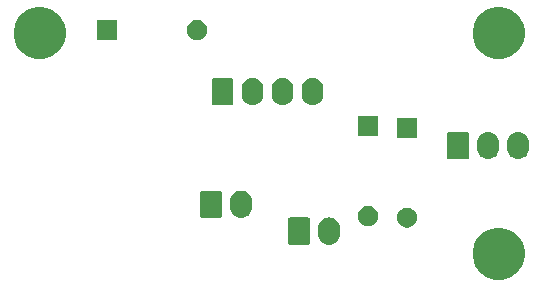
<source format=gbr>
G04 #@! TF.GenerationSoftware,KiCad,Pcbnew,(5.1.5-0-10_14)*
G04 #@! TF.CreationDate,2021-03-15T05:52:54+10:00*
G04 #@! TF.ProjectId,OH - Left Console - 12 - Mission Computer and Hydraulic Isolate Panel,4f48202d-204c-4656-9674-20436f6e736f,rev?*
G04 #@! TF.SameCoordinates,Original*
G04 #@! TF.FileFunction,Soldermask,Top*
G04 #@! TF.FilePolarity,Negative*
%FSLAX46Y46*%
G04 Gerber Fmt 4.6, Leading zero omitted, Abs format (unit mm)*
G04 Created by KiCad (PCBNEW (5.1.5-0-10_14)) date 2021-03-15 05:52:54*
%MOMM*%
%LPD*%
G04 APERTURE LIST*
%ADD10C,0.100000*%
G04 APERTURE END LIST*
D10*
G36*
X160535007Y-102023582D02*
G01*
X160935563Y-102189498D01*
X160935565Y-102189499D01*
X161296056Y-102430371D01*
X161602629Y-102736944D01*
X161764470Y-102979157D01*
X161843502Y-103097437D01*
X162009418Y-103497993D01*
X162094000Y-103923219D01*
X162094000Y-104356781D01*
X162009418Y-104782007D01*
X161843502Y-105182563D01*
X161843501Y-105182565D01*
X161602629Y-105543056D01*
X161296056Y-105849629D01*
X160935565Y-106090501D01*
X160935564Y-106090502D01*
X160935563Y-106090502D01*
X160535007Y-106256418D01*
X160109781Y-106341000D01*
X159676219Y-106341000D01*
X159250993Y-106256418D01*
X158850437Y-106090502D01*
X158850436Y-106090502D01*
X158850435Y-106090501D01*
X158489944Y-105849629D01*
X158183371Y-105543056D01*
X157942499Y-105182565D01*
X157942498Y-105182563D01*
X157776582Y-104782007D01*
X157692000Y-104356781D01*
X157692000Y-103923219D01*
X157776582Y-103497993D01*
X157942498Y-103097437D01*
X158021530Y-102979157D01*
X158183371Y-102736944D01*
X158489944Y-102430371D01*
X158850435Y-102189499D01*
X158850437Y-102189498D01*
X159250993Y-102023582D01*
X159676219Y-101939000D01*
X160109781Y-101939000D01*
X160535007Y-102023582D01*
G37*
G36*
X145722547Y-101097326D02*
G01*
X145896156Y-101149990D01*
X145896158Y-101149991D01*
X146056155Y-101235511D01*
X146196397Y-101350603D01*
X146275729Y-101447271D01*
X146311489Y-101490844D01*
X146397010Y-101650843D01*
X146449674Y-101824452D01*
X146463000Y-101959756D01*
X146463000Y-102510243D01*
X146449674Y-102645548D01*
X146397010Y-102819157D01*
X146311489Y-102979156D01*
X146275729Y-103022729D01*
X146196397Y-103119397D01*
X146099729Y-103198729D01*
X146056156Y-103234489D01*
X145896157Y-103320010D01*
X145722548Y-103372674D01*
X145542000Y-103390456D01*
X145361453Y-103372674D01*
X145187844Y-103320010D01*
X145027845Y-103234489D01*
X144984272Y-103198729D01*
X144887604Y-103119397D01*
X144772513Y-102979157D01*
X144772512Y-102979155D01*
X144686990Y-102819157D01*
X144634326Y-102645548D01*
X144621000Y-102510244D01*
X144621000Y-101959757D01*
X144634326Y-101824453D01*
X144686990Y-101650844D01*
X144772511Y-101490845D01*
X144772512Y-101490844D01*
X144887603Y-101350603D01*
X145013388Y-101247375D01*
X145027844Y-101235511D01*
X145187843Y-101149990D01*
X145361452Y-101097326D01*
X145542000Y-101079544D01*
X145722547Y-101097326D01*
G37*
G36*
X143781561Y-101087966D02*
G01*
X143814383Y-101097923D01*
X143844632Y-101114092D01*
X143871148Y-101135852D01*
X143892908Y-101162368D01*
X143909077Y-101192617D01*
X143919034Y-101225439D01*
X143923000Y-101265713D01*
X143923000Y-103204287D01*
X143919034Y-103244561D01*
X143909077Y-103277383D01*
X143892908Y-103307632D01*
X143871148Y-103334148D01*
X143844632Y-103355908D01*
X143814383Y-103372077D01*
X143781561Y-103382034D01*
X143741287Y-103386000D01*
X142262713Y-103386000D01*
X142222439Y-103382034D01*
X142189617Y-103372077D01*
X142159368Y-103355908D01*
X142132852Y-103334148D01*
X142111092Y-103307632D01*
X142094923Y-103277383D01*
X142084966Y-103244561D01*
X142081000Y-103204287D01*
X142081000Y-101265713D01*
X142084966Y-101225439D01*
X142094923Y-101192617D01*
X142111092Y-101162368D01*
X142132852Y-101135852D01*
X142159368Y-101114092D01*
X142189617Y-101097923D01*
X142222439Y-101087966D01*
X142262713Y-101084000D01*
X143741287Y-101084000D01*
X143781561Y-101087966D01*
G37*
G36*
X152394228Y-100273703D02*
G01*
X152549100Y-100337853D01*
X152688481Y-100430985D01*
X152807015Y-100549519D01*
X152900147Y-100688900D01*
X152964297Y-100843772D01*
X152997000Y-101008184D01*
X152997000Y-101175816D01*
X152964297Y-101340228D01*
X152900147Y-101495100D01*
X152807015Y-101634481D01*
X152688481Y-101753015D01*
X152549100Y-101846147D01*
X152394228Y-101910297D01*
X152229816Y-101943000D01*
X152062184Y-101943000D01*
X151897772Y-101910297D01*
X151742900Y-101846147D01*
X151603519Y-101753015D01*
X151484985Y-101634481D01*
X151391853Y-101495100D01*
X151327703Y-101340228D01*
X151295000Y-101175816D01*
X151295000Y-101008184D01*
X151327703Y-100843772D01*
X151391853Y-100688900D01*
X151484985Y-100549519D01*
X151603519Y-100430985D01*
X151742900Y-100337853D01*
X151897772Y-100273703D01*
X152062184Y-100241000D01*
X152229816Y-100241000D01*
X152394228Y-100273703D01*
G37*
G36*
X149092228Y-100146703D02*
G01*
X149247100Y-100210853D01*
X149386481Y-100303985D01*
X149505015Y-100422519D01*
X149598147Y-100561900D01*
X149662297Y-100716772D01*
X149695000Y-100881184D01*
X149695000Y-101048816D01*
X149662297Y-101213228D01*
X149598147Y-101368100D01*
X149505015Y-101507481D01*
X149386481Y-101626015D01*
X149247100Y-101719147D01*
X149092228Y-101783297D01*
X148927816Y-101816000D01*
X148760184Y-101816000D01*
X148595772Y-101783297D01*
X148440900Y-101719147D01*
X148301519Y-101626015D01*
X148182985Y-101507481D01*
X148089853Y-101368100D01*
X148025703Y-101213228D01*
X147993000Y-101048816D01*
X147993000Y-100881184D01*
X148025703Y-100716772D01*
X148089853Y-100561900D01*
X148182985Y-100422519D01*
X148301519Y-100303985D01*
X148440900Y-100210853D01*
X148595772Y-100146703D01*
X148760184Y-100114000D01*
X148927816Y-100114000D01*
X149092228Y-100146703D01*
G37*
G36*
X138289547Y-98822326D02*
G01*
X138463156Y-98874990D01*
X138463158Y-98874991D01*
X138623155Y-98960511D01*
X138763397Y-99075603D01*
X138842729Y-99172271D01*
X138878489Y-99215844D01*
X138964010Y-99375843D01*
X139016674Y-99549452D01*
X139030000Y-99684756D01*
X139030000Y-100235243D01*
X139016674Y-100370548D01*
X138964010Y-100544157D01*
X138878489Y-100704156D01*
X138868135Y-100716772D01*
X138763397Y-100844397D01*
X138666729Y-100923729D01*
X138623156Y-100959489D01*
X138463157Y-101045010D01*
X138289548Y-101097674D01*
X138109000Y-101115456D01*
X137928453Y-101097674D01*
X137754844Y-101045010D01*
X137594845Y-100959489D01*
X137551272Y-100923729D01*
X137454604Y-100844397D01*
X137339513Y-100704157D01*
X137339512Y-100704155D01*
X137253990Y-100544157D01*
X137201326Y-100370548D01*
X137188000Y-100235244D01*
X137188000Y-99684757D01*
X137201326Y-99549453D01*
X137253990Y-99375844D01*
X137339511Y-99215845D01*
X137339512Y-99215844D01*
X137454603Y-99075603D01*
X137580388Y-98972375D01*
X137594844Y-98960511D01*
X137754843Y-98874990D01*
X137928452Y-98822326D01*
X138109000Y-98804544D01*
X138289547Y-98822326D01*
G37*
G36*
X136348561Y-98812966D02*
G01*
X136381383Y-98822923D01*
X136411632Y-98839092D01*
X136438148Y-98860852D01*
X136459908Y-98887368D01*
X136476077Y-98917617D01*
X136486034Y-98950439D01*
X136490000Y-98990713D01*
X136490000Y-100929287D01*
X136486034Y-100969561D01*
X136476077Y-101002383D01*
X136459908Y-101032632D01*
X136438148Y-101059148D01*
X136411632Y-101080908D01*
X136381383Y-101097077D01*
X136348561Y-101107034D01*
X136308287Y-101111000D01*
X134829713Y-101111000D01*
X134789439Y-101107034D01*
X134756617Y-101097077D01*
X134726368Y-101080908D01*
X134699852Y-101059148D01*
X134678092Y-101032632D01*
X134661923Y-101002383D01*
X134651966Y-100969561D01*
X134648000Y-100929287D01*
X134648000Y-98990713D01*
X134651966Y-98950439D01*
X134661923Y-98917617D01*
X134678092Y-98887368D01*
X134699852Y-98860852D01*
X134726368Y-98839092D01*
X134756617Y-98822923D01*
X134789439Y-98812966D01*
X134829713Y-98809000D01*
X136308287Y-98809000D01*
X136348561Y-98812966D01*
G37*
G36*
X161724547Y-93858326D02*
G01*
X161898156Y-93910990D01*
X161898158Y-93910991D01*
X162058155Y-93996511D01*
X162198397Y-94111603D01*
X162267659Y-94196000D01*
X162313489Y-94251844D01*
X162399010Y-94411843D01*
X162451674Y-94585452D01*
X162465000Y-94720756D01*
X162465000Y-95271243D01*
X162451674Y-95406548D01*
X162399010Y-95580157D01*
X162313489Y-95740156D01*
X162277729Y-95783729D01*
X162198397Y-95880397D01*
X162101729Y-95959729D01*
X162058156Y-95995489D01*
X161898157Y-96081010D01*
X161724548Y-96133674D01*
X161544000Y-96151456D01*
X161363453Y-96133674D01*
X161189844Y-96081010D01*
X161029845Y-95995489D01*
X160986272Y-95959729D01*
X160889604Y-95880397D01*
X160774513Y-95740157D01*
X160774512Y-95740155D01*
X160688990Y-95580157D01*
X160636326Y-95406548D01*
X160623000Y-95271244D01*
X160623000Y-94720757D01*
X160636326Y-94585453D01*
X160688990Y-94411844D01*
X160774511Y-94251845D01*
X160774512Y-94251844D01*
X160889603Y-94111603D01*
X161015388Y-94008375D01*
X161029844Y-93996511D01*
X161189843Y-93910990D01*
X161363452Y-93858326D01*
X161544000Y-93840544D01*
X161724547Y-93858326D01*
G37*
G36*
X159184547Y-93858326D02*
G01*
X159358156Y-93910990D01*
X159358158Y-93910991D01*
X159518155Y-93996511D01*
X159658397Y-94111603D01*
X159727659Y-94196000D01*
X159773489Y-94251844D01*
X159859010Y-94411843D01*
X159911674Y-94585452D01*
X159925000Y-94720756D01*
X159925000Y-95271243D01*
X159911674Y-95406548D01*
X159859010Y-95580157D01*
X159773489Y-95740156D01*
X159737729Y-95783729D01*
X159658397Y-95880397D01*
X159561729Y-95959729D01*
X159518156Y-95995489D01*
X159358157Y-96081010D01*
X159184548Y-96133674D01*
X159004000Y-96151456D01*
X158823453Y-96133674D01*
X158649844Y-96081010D01*
X158489845Y-95995489D01*
X158446272Y-95959729D01*
X158349604Y-95880397D01*
X158234513Y-95740157D01*
X158234512Y-95740155D01*
X158148990Y-95580157D01*
X158096326Y-95406548D01*
X158083000Y-95271244D01*
X158083000Y-94720757D01*
X158096326Y-94585453D01*
X158148990Y-94411844D01*
X158234511Y-94251845D01*
X158234512Y-94251844D01*
X158349603Y-94111603D01*
X158475388Y-94008375D01*
X158489844Y-93996511D01*
X158649843Y-93910990D01*
X158823452Y-93858326D01*
X159004000Y-93840544D01*
X159184547Y-93858326D01*
G37*
G36*
X157243561Y-93848966D02*
G01*
X157276383Y-93858923D01*
X157306632Y-93875092D01*
X157333148Y-93896852D01*
X157354908Y-93923368D01*
X157371077Y-93953617D01*
X157381034Y-93986439D01*
X157385000Y-94026713D01*
X157385000Y-95965287D01*
X157381034Y-96005561D01*
X157371077Y-96038383D01*
X157354908Y-96068632D01*
X157333148Y-96095148D01*
X157306632Y-96116908D01*
X157276383Y-96133077D01*
X157243561Y-96143034D01*
X157203287Y-96147000D01*
X155724713Y-96147000D01*
X155684439Y-96143034D01*
X155651617Y-96133077D01*
X155621368Y-96116908D01*
X155594852Y-96095148D01*
X155573092Y-96068632D01*
X155556923Y-96038383D01*
X155546966Y-96005561D01*
X155543000Y-95965287D01*
X155543000Y-94026713D01*
X155546966Y-93986439D01*
X155556923Y-93953617D01*
X155573092Y-93923368D01*
X155594852Y-93896852D01*
X155621368Y-93875092D01*
X155651617Y-93858923D01*
X155684439Y-93848966D01*
X155724713Y-93845000D01*
X157203287Y-93845000D01*
X157243561Y-93848966D01*
G37*
G36*
X152997000Y-94323000D02*
G01*
X151295000Y-94323000D01*
X151295000Y-92621000D01*
X152997000Y-92621000D01*
X152997000Y-94323000D01*
G37*
G36*
X149695000Y-94196000D02*
G01*
X147993000Y-94196000D01*
X147993000Y-92494000D01*
X149695000Y-92494000D01*
X149695000Y-94196000D01*
G37*
G36*
X139245547Y-89286326D02*
G01*
X139419156Y-89338990D01*
X139419158Y-89338991D01*
X139579155Y-89424511D01*
X139719397Y-89539603D01*
X139798729Y-89636271D01*
X139834489Y-89679844D01*
X139920010Y-89839843D01*
X139972674Y-90013452D01*
X139986000Y-90148756D01*
X139986000Y-90699243D01*
X139972674Y-90834548D01*
X139920010Y-91008157D01*
X139834489Y-91168156D01*
X139798729Y-91211729D01*
X139719397Y-91308397D01*
X139622729Y-91387729D01*
X139579156Y-91423489D01*
X139419157Y-91509010D01*
X139245548Y-91561674D01*
X139065000Y-91579456D01*
X138884453Y-91561674D01*
X138710844Y-91509010D01*
X138550845Y-91423489D01*
X138507272Y-91387729D01*
X138410604Y-91308397D01*
X138295513Y-91168157D01*
X138295512Y-91168155D01*
X138209990Y-91008157D01*
X138157326Y-90834548D01*
X138144000Y-90699244D01*
X138144000Y-90148757D01*
X138157326Y-90013453D01*
X138209990Y-89839844D01*
X138295511Y-89679845D01*
X138295512Y-89679844D01*
X138410603Y-89539603D01*
X138536388Y-89436375D01*
X138550844Y-89424511D01*
X138710843Y-89338990D01*
X138884452Y-89286326D01*
X139065000Y-89268544D01*
X139245547Y-89286326D01*
G37*
G36*
X141785547Y-89286326D02*
G01*
X141959156Y-89338990D01*
X141959158Y-89338991D01*
X142119155Y-89424511D01*
X142259397Y-89539603D01*
X142338729Y-89636271D01*
X142374489Y-89679844D01*
X142460010Y-89839843D01*
X142512674Y-90013452D01*
X142526000Y-90148756D01*
X142526000Y-90699243D01*
X142512674Y-90834548D01*
X142460010Y-91008157D01*
X142374489Y-91168156D01*
X142338729Y-91211729D01*
X142259397Y-91308397D01*
X142162729Y-91387729D01*
X142119156Y-91423489D01*
X141959157Y-91509010D01*
X141785548Y-91561674D01*
X141605000Y-91579456D01*
X141424453Y-91561674D01*
X141250844Y-91509010D01*
X141090845Y-91423489D01*
X141047272Y-91387729D01*
X140950604Y-91308397D01*
X140835513Y-91168157D01*
X140835512Y-91168155D01*
X140749990Y-91008157D01*
X140697326Y-90834548D01*
X140684000Y-90699244D01*
X140684000Y-90148757D01*
X140697326Y-90013453D01*
X140749990Y-89839844D01*
X140835511Y-89679845D01*
X140835512Y-89679844D01*
X140950603Y-89539603D01*
X141076388Y-89436375D01*
X141090844Y-89424511D01*
X141250843Y-89338990D01*
X141424452Y-89286326D01*
X141605000Y-89268544D01*
X141785547Y-89286326D01*
G37*
G36*
X144325547Y-89286326D02*
G01*
X144499156Y-89338990D01*
X144499158Y-89338991D01*
X144659155Y-89424511D01*
X144799397Y-89539603D01*
X144878729Y-89636271D01*
X144914489Y-89679844D01*
X145000010Y-89839843D01*
X145052674Y-90013452D01*
X145066000Y-90148756D01*
X145066000Y-90699243D01*
X145052674Y-90834548D01*
X145000010Y-91008157D01*
X144914489Y-91168156D01*
X144878729Y-91211729D01*
X144799397Y-91308397D01*
X144702729Y-91387729D01*
X144659156Y-91423489D01*
X144499157Y-91509010D01*
X144325548Y-91561674D01*
X144145000Y-91579456D01*
X143964453Y-91561674D01*
X143790844Y-91509010D01*
X143630845Y-91423489D01*
X143587272Y-91387729D01*
X143490604Y-91308397D01*
X143375513Y-91168157D01*
X143375512Y-91168155D01*
X143289990Y-91008157D01*
X143237326Y-90834548D01*
X143224000Y-90699244D01*
X143224000Y-90148757D01*
X143237326Y-90013453D01*
X143289990Y-89839844D01*
X143375511Y-89679845D01*
X143375512Y-89679844D01*
X143490603Y-89539603D01*
X143616388Y-89436375D01*
X143630844Y-89424511D01*
X143790843Y-89338990D01*
X143964452Y-89286326D01*
X144145000Y-89268544D01*
X144325547Y-89286326D01*
G37*
G36*
X137304561Y-89276966D02*
G01*
X137337383Y-89286923D01*
X137367632Y-89303092D01*
X137394148Y-89324852D01*
X137415908Y-89351368D01*
X137432077Y-89381617D01*
X137442034Y-89414439D01*
X137446000Y-89454713D01*
X137446000Y-91393287D01*
X137442034Y-91433561D01*
X137432077Y-91466383D01*
X137415908Y-91496632D01*
X137394148Y-91523148D01*
X137367632Y-91544908D01*
X137337383Y-91561077D01*
X137304561Y-91571034D01*
X137264287Y-91575000D01*
X135785713Y-91575000D01*
X135745439Y-91571034D01*
X135712617Y-91561077D01*
X135682368Y-91544908D01*
X135655852Y-91523148D01*
X135634092Y-91496632D01*
X135617923Y-91466383D01*
X135607966Y-91433561D01*
X135604000Y-91393287D01*
X135604000Y-89454713D01*
X135607966Y-89414439D01*
X135617923Y-89381617D01*
X135634092Y-89351368D01*
X135655852Y-89324852D01*
X135682368Y-89303092D01*
X135712617Y-89286923D01*
X135745439Y-89276966D01*
X135785713Y-89273000D01*
X137264287Y-89273000D01*
X137304561Y-89276966D01*
G37*
G36*
X160535007Y-83354582D02*
G01*
X160935563Y-83520498D01*
X160935565Y-83520499D01*
X161296056Y-83761371D01*
X161602629Y-84067944D01*
X161823636Y-84398705D01*
X161843502Y-84428437D01*
X162009418Y-84828993D01*
X162094000Y-85254219D01*
X162094000Y-85687781D01*
X162009418Y-86113007D01*
X161843502Y-86513563D01*
X161843501Y-86513565D01*
X161602629Y-86874056D01*
X161296056Y-87180629D01*
X160935565Y-87421501D01*
X160935564Y-87421502D01*
X160935563Y-87421502D01*
X160535007Y-87587418D01*
X160109781Y-87672000D01*
X159676219Y-87672000D01*
X159250993Y-87587418D01*
X158850437Y-87421502D01*
X158850436Y-87421502D01*
X158850435Y-87421501D01*
X158489944Y-87180629D01*
X158183371Y-86874056D01*
X157942499Y-86513565D01*
X157942498Y-86513563D01*
X157776582Y-86113007D01*
X157692000Y-85687781D01*
X157692000Y-85254219D01*
X157776582Y-84828993D01*
X157942498Y-84428437D01*
X157962364Y-84398705D01*
X158183371Y-84067944D01*
X158489944Y-83761371D01*
X158850435Y-83520499D01*
X158850437Y-83520498D01*
X159250993Y-83354582D01*
X159676219Y-83270000D01*
X160109781Y-83270000D01*
X160535007Y-83354582D01*
G37*
G36*
X121673007Y-83354582D02*
G01*
X122073563Y-83520498D01*
X122073565Y-83520499D01*
X122434056Y-83761371D01*
X122740629Y-84067944D01*
X122961636Y-84398705D01*
X122981502Y-84428437D01*
X123147418Y-84828993D01*
X123232000Y-85254219D01*
X123232000Y-85687781D01*
X123147418Y-86113007D01*
X122981502Y-86513563D01*
X122981501Y-86513565D01*
X122740629Y-86874056D01*
X122434056Y-87180629D01*
X122073565Y-87421501D01*
X122073564Y-87421502D01*
X122073563Y-87421502D01*
X121673007Y-87587418D01*
X121247781Y-87672000D01*
X120814219Y-87672000D01*
X120388993Y-87587418D01*
X119988437Y-87421502D01*
X119988436Y-87421502D01*
X119988435Y-87421501D01*
X119627944Y-87180629D01*
X119321371Y-86874056D01*
X119080499Y-86513565D01*
X119080498Y-86513563D01*
X118914582Y-86113007D01*
X118830000Y-85687781D01*
X118830000Y-85254219D01*
X118914582Y-84828993D01*
X119080498Y-84428437D01*
X119100364Y-84398705D01*
X119321371Y-84067944D01*
X119627944Y-83761371D01*
X119988435Y-83520499D01*
X119988437Y-83520498D01*
X120388993Y-83354582D01*
X120814219Y-83270000D01*
X121247781Y-83270000D01*
X121673007Y-83354582D01*
G37*
G36*
X134614228Y-84398703D02*
G01*
X134769100Y-84462853D01*
X134908481Y-84555985D01*
X135027015Y-84674519D01*
X135120147Y-84813900D01*
X135184297Y-84968772D01*
X135217000Y-85133184D01*
X135217000Y-85300816D01*
X135184297Y-85465228D01*
X135120147Y-85620100D01*
X135027015Y-85759481D01*
X134908481Y-85878015D01*
X134769100Y-85971147D01*
X134614228Y-86035297D01*
X134449816Y-86068000D01*
X134282184Y-86068000D01*
X134117772Y-86035297D01*
X133962900Y-85971147D01*
X133823519Y-85878015D01*
X133704985Y-85759481D01*
X133611853Y-85620100D01*
X133547703Y-85465228D01*
X133515000Y-85300816D01*
X133515000Y-85133184D01*
X133547703Y-84968772D01*
X133611853Y-84813900D01*
X133704985Y-84674519D01*
X133823519Y-84555985D01*
X133962900Y-84462853D01*
X134117772Y-84398703D01*
X134282184Y-84366000D01*
X134449816Y-84366000D01*
X134614228Y-84398703D01*
G37*
G36*
X127597000Y-86068000D02*
G01*
X125895000Y-86068000D01*
X125895000Y-84366000D01*
X127597000Y-84366000D01*
X127597000Y-86068000D01*
G37*
M02*

</source>
